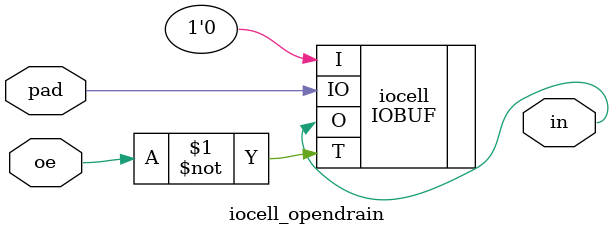
<source format=sv>
module iocell_opendrain (
  inout  wire  pad,
  input  logic oe,
  output logic in
);
  IOBUF #(
    .DRIVE       (4),
    .IBUF_LOW_PWR("TRUE"),
    .IOSTANDARD  ("DEFAULT"),
    .SLEW        ("SLOW")
  ) iocell (
    .O (in),  // Buffer output
    .IO(pad),  // Buffer inout port (connect directly to top-level port)
    .I ('0),   // Buffer input
    .T (~oe)   // 3-state enable input, high=input, low=output
  );
endmodule

</source>
